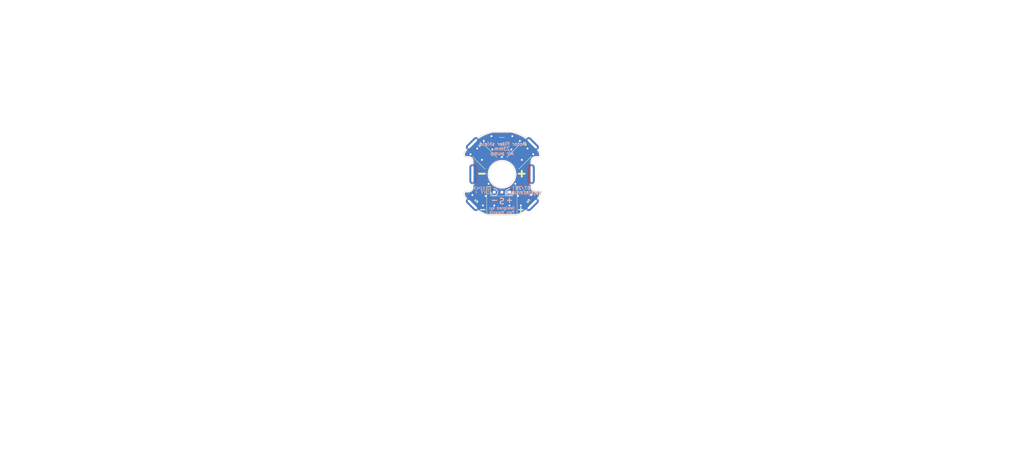
<source format=kicad_pcb>
(kicad_pcb (version 20241229) (generator "pcbnew") (generator_version "9.0")
  (title_block (title "shield_airpump") (date "2024-12-04") (rev "${REVISION}") (company "${COMPANY}"))
  (layers (0 "F.Cu" signal) (2 "B.Cu" signal) (13 "F.Paste" user) (15 "B.Paste" user) (5 "F.SilkS" user "F.Silkscreen") (7 "B.SilkS" user "B.Silkscreen") (1 "F.Mask" user) (3 "B.Mask" user) (25 "Edge.Cuts" user))
  (net 0 "")
  (net 1 "/System/VCC-")
  (net 2 "/System/CASE")
  (net 3 "/System/VCC+")
  (net 4 "/System/MOT+")
  (net 5 "/System/MOT-")
  (footprint "Pads:Motor_pad_shield" (layer "F.Cu") (at 152.953282 78.188554 -45)
    (property "Reference" "J305" (hide yes))
    (property "Value" "Shield" (hide yes))
    (pad "1" thru_hole oval (at 0 0 315) (size 1.6 4.2) (drill oval 0.6 3.2) (property pad_prop_castellated) (layers "*.Cu" "*.Mask") (net 2 "/System/CASE"))
  )
  (footprint "Capacitor_SMD:C_1206_3216Metric" (layer "F.Cu") (at 144.953282 61.438554)
    (property "Reference" "C304" (hide yes))
    (property "Value" "1uF")
    (fp_line (start -0.711252 -0.91) (end 0.711252 -0.91) (stroke (width 0.12)) (layer "F.SilkS"))
    (fp_line (start -0.711252 0.91) (end 0.711252 0.91) (stroke (width 0.12)) (layer "F.SilkS"))
    (pad "1" smd roundrect (at -1.475 0) (size 1.15 1.8) (layers "F.Cu" "F.Mask" "F.Paste") (roundrect_rratio 0.217391) (net 5 "/System/MOT-"))
    (pad "2" smd roundrect (at 1.475 0) (size 1.15 1.8) (layers "F.Cu" "F.Mask" "F.Paste") (roundrect_rratio 0.217391) (net 4 "/System/MOT+"))
  )
  (footprint "Pads:Motor_pad_air" (layer "F.Cu") (at 152.803282 70.188554)
    (property "Reference" "J307" (hide yes))
    (property "Value" "MOT+" (hide yes))
    (pad "1" thru_hole oval (at 0 0) (size 1.6 5.2) (drill oval 0.6 4.2) (property pad_prop_castellated) (layers "*.Cu" "*.Mask") (net 4 "/System/MOT+"))
  )
  (footprint "TCY_connectors:Hirose_DF3A-03P-2DS_1x03_P2.00mm_Horizontal" (layer "F.Cu") (at 144.953282 77.438554)
    (property "Reference" "J301" (hide yes))
    (property "Value" "DF3EA-3P-2H" (hide yes))
    (fp_line (start -4 -4) (end -4 3.25) (stroke (width 0.1)) (layer "F.SilkS"))
    (fp_line (start -4 -4) (end -3 -4) (stroke (width 0.1)) (layer "F.SilkS"))
    (fp_line (start -3 -4) (end -3 -1.5) (stroke (width 0.1)) (layer "F.SilkS"))
    (fp_line (start -3 -1.5) (end 3 -1.5) (stroke (width 0.1)) (layer "F.SilkS"))
    (fp_line (start 3 -4) (end 4 -4) (stroke (width 0.1)) (layer "F.SilkS"))
    (fp_line (start 3 -1.5) (end 3 -4) (stroke (width 0.1)) (layer "F.SilkS"))
    (fp_line (start 4 -4) (end 4 3.25) (stroke (width 0.1)) (layer "F.SilkS"))
    (fp_line (start 4 3.25) (end -4 3.25) (stroke (width 0.1)) (layer "F.SilkS"))
    (pad "1" thru_hole circle (at -2 -2.5) (size 1.6 1.6) (drill 0.8) (layers "*.Cu" "*.Mask") (net 1 "/System/VCC-"))
    (pad "2" thru_hole circle (at 0 -2.5) (size 1.6 1.6) (drill 0.8) (layers "*.Cu" "*.Mask") (net 2 "/System/CASE"))
    (pad "3" thru_hole circle (at 2 -2.5) (size 1.6 1.6) (drill 0.8) (layers "*.Cu" "*.Mask") (net 3 "/System/VCC+"))
  )
  (footprint "Capacitor_SMD:C_0805_2012Metric" (layer "F.Cu") (at 144.953282 63.938554)
    (property "Reference" "C303" (hide yes))
    (property "Value" "100nF" (hide yes))
    (fp_line (start -0.261252 -0.735) (end 0.261252 -0.735) (stroke (width 0.12)) (layer "F.SilkS"))
    (fp_line (start -0.261252 0.735) (end 0.261252 0.735) (stroke (width 0.12)) (layer "F.SilkS"))
    (pad "1" smd roundrect (at -0.95 0) (size 1 1.45) (layers "F.Cu" "F.Mask" "F.Paste") (net 1 "/System/VCC-"))
    (pad "2" smd roundrect (at 0.95 0) (size 1 1.45) (layers "F.Cu" "F.Mask" "F.Paste") (net 3 "/System/VCC+"))
  )
  (footprint "Pads:Motor_pad_shield" (layer "F.Cu") (at 137.203282 62.188554 -45)
    (property "Reference" "J302" (hide yes))
    (property "Value" "Shield" (hide yes))
    (pad "1" thru_hole oval (at 0 0 315) (size 1.6 4.2) (drill oval 0.6 3.2) (property pad_prop_castellated) (layers "*.Cu" "*.Mask") (net 2 "/System/CASE"))
  )
  (footprint "Inductor_SMD:L_Pulse_PA4332" (layer "F.Cu") (at 140.453282 65.688554 135)
    (property "Reference" "L301" (hide yes))
    (property "Value" "3.3uH" (hide yes))
    (fp_line (start 2.21 -2.21) (end 2.21 -2.11) (stroke (width 0.12)) (layer "F.SilkS"))
    (fp_line (start 2.21 2.11) (end 2.21 2.21) (stroke (width 0.12)) (layer "F.SilkS"))
    (fp_line (start 2.21 2.21) (end -2.21 2.21) (stroke (width 0.12)) (layer "F.SilkS"))
    (fp_line (start -2.21 -2.21) (end 2.21 -2.21) (stroke (width 0.12)) (layer "F.SilkS"))
    (fp_line (start -2.21 -2.11) (end -2.21 -2.21) (stroke (width 0.12)) (layer "F.SilkS"))
    (fp_line (start -2.21 2.21) (end -2.21 2.11) (stroke (width 0.12)) (layer "F.SilkS"))
    (pad "1" smd roundrect (at -1.5 0 135) (size 1.1 3.7) (layers "F.Cu" "F.Mask" "F.Paste") (roundrect_rratio 0.227273) (net 1 "/System/VCC-"))
    (pad "2" smd roundrect (at 1.5 0 135) (size 1.1 3.7) (layers "F.Cu" "F.Mask" "F.Paste") (roundrect_rratio 0.227273) (net 5 "/System/MOT-"))
  )
  (footprint "Capacitor_SMD:C_0805_2012Metric" (layer "F.Cu") (at 138.953282 74.938554 -90)
    (property "Reference" "C301" (hide yes))
    (property "Value" "22nF" (hide yes))
    (fp_line (start -0.261252 0.735) (end 0.261252 0.735) (stroke (width 0.12)) (layer "F.SilkS"))
    (fp_line (start -0.261252 -0.735) (end 0.261252 -0.735) (stroke (width 0.12)) (layer "F.SilkS"))
    (pad "1" smd roundrect (at -0.95 0 270) (size 1 1.45) (layers "F.Cu" "F.Mask" "F.Paste") (net 1 "/System/VCC-"))
    (pad "2" smd roundrect (at 0.95 0 270) (size 1 1.45) (layers "F.Cu" "F.Mask" "F.Paste") (net 2 "/System/CASE"))
  )
  (footprint "Pads:Motor_pad_shield" (layer "F.Cu") (at 152.953282 62.188554 45)
    (property "Reference" "J304" (hide yes))
    (property "Value" "Shield" (hide yes))
    (pad "1" thru_hole oval (at 0 0 45) (size 1.6 4.2) (drill oval 0.6 3.2) (property pad_prop_castellated) (layers "*.Cu" "*.Mask") (net 2 "/System/CASE"))
  )
  (footprint "Inductor_SMD:L_Pulse_PA4332" (layer "F.Cu") (at 149.453282 65.688554 45)
    (property "Reference" "L302" (hide yes))
    (property "Value" "3.3uH" (hide yes))
    (fp_line (start -2.21 -2.21) (end 2.21 -2.21) (stroke (width 0.12)) (layer "F.SilkS"))
    (fp_line (start -2.21 -2.11) (end -2.21 -2.21) (stroke (width 0.12)) (layer "F.SilkS"))
    (fp_line (start 2.21 -2.21) (end 2.21 -2.11) (stroke (width 0.12)) (layer "F.SilkS"))
    (fp_line (start -2.21 2.21) (end -2.21 2.11) (stroke (width 0.12)) (layer "F.SilkS"))
    (fp_line (start 2.21 2.11) (end 2.21 2.21) (stroke (width 0.12)) (layer "F.SilkS"))
    (fp_line (start 2.21 2.21) (end -2.21 2.21) (stroke (width 0.12)) (layer "F.SilkS"))
    (pad "1" smd roundrect (at -1.5 0 45) (size 1.1 3.7) (layers "F.Cu" "F.Mask" "F.Paste") (roundrect_rratio 0.227273) (net 3 "/System/VCC+"))
    (pad "2" smd roundrect (at 1.5 0 45) (size 1.1 3.7) (layers "F.Cu" "F.Mask" "F.Paste") (roundrect_rratio 0.227273) (net 4 "/System/MOT+"))
  )
  (footprint "Pads:Motor_pad_air" (layer "F.Cu") (at 137.203282 70.188554)
    (property "Reference" "J306" (hide yes))
    (property "Value" "MOT-" (hide yes))
    (pad "1" thru_hole oval (at 0 0) (size 1.6 5.2) (drill oval 0.6 4.2) (property pad_prop_castellated) (layers "*.Cu" "*.Mask") (net 5 "/System/MOT-"))
  )
  (footprint "Capacitor_SMD:C_0805_2012Metric" (layer "F.Cu") (at 150.953282 74.938554 90)
    (property "Reference" "C302" (hide yes))
    (property "Value" "22nF" (hide yes))
    (fp_line (start -0.261252 -0.735) (end 0.261252 -0.735) (stroke (width 0.12)) (layer "F.SilkS"))
    (fp_line (start -0.261252 0.735) (end 0.261252 0.735) (stroke (width 0.12)) (layer "F.SilkS"))
    (pad "1" smd roundrect (at -0.95 0 90) (size 1 1.45) (layers "F.Cu" "F.Mask" "F.Paste") (net 2 "/System/CASE"))
    (pad "2" smd roundrect (at 0.95 0 90) (size 1 1.45) (layers "F.Cu" "F.Mask" "F.Paste") (net 3 "/System/VCC+"))
  )
  (footprint "Pads:Motor_pad_shield" (layer "F.Cu") (at 137.203282 78.188554 45)
    (property "Reference" "J303" (hide yes))
    (property "Value" "Shield" (hide yes))
    (pad "1" thru_hole oval (at 0 0 45) (size 1.6 4.2) (drill oval 0.6 3.2) (property pad_prop_castellated) (layers "*.Cu" "*.Mask") (net 2 "/System/CASE"))
  )
  (footprint "LOGO" (layer "B.Cu") (at 139.75 74.5 180)
    (property "Reference" "G***" (hide yes))
    (property "Value" "LOGO" (hide yes))
    (fp_poly (pts (xy 0.518003 0.919902) (xy 0.518003 0.848453) (xy 0.214346 0.848453) (xy -0.089311 0.848453) (xy -0.089311 0.919902) (xy -0.089311 0.991351) (xy 0.214346 0.991351) (xy 0.518003 0.991351)) (fill yes) (layer "B.SilkS"))
    (fp_poly (pts (xy 0.518003 0.562659) (xy 0.518003 0.49121) (xy 0.214346 0.49121) (xy -0.089311 0.49121) (xy -0.089311 0.562659) (xy -0.089311 0.634107) (xy 0.214346 0.634107) (xy 0.518003 0.634107)) (fill yes) (layer "B.SilkS"))
    (fp_poly (pts (xy 0.518003 0.232209) (xy 0.518003 0.151829) (xy 0.214346 0.151829) (xy -0.089311 0.151829) (xy -0.089311 0.232209) (xy -0.089311 0.312588) (xy 0.214346 0.312588) (xy 0.518003 0.312588)) (fill yes) (layer "B.SilkS"))
    (fp_poly (pts (xy 0.267932 -0.116104) (xy 0.267932 -0.205414) (xy -0.08038 -0.205414) (xy -0.428692 -0.205414) (xy -0.428692 -0.116104) (xy -0.428692 -0.026793) (xy -0.08038 -0.026793) (xy 0.267932 -0.026793)) (fill yes) (layer "B.SilkS"))
    (fp_poly (pts (xy 0 -0.669831) (xy 0 -0.866315) (xy -0.08038 -0.866315) (xy -0.16076 -0.866315) (xy -0.16076 -0.669831) (xy -0.16076 -0.473347) (xy -0.08038 -0.473347) (xy 0 -0.473347)) (fill yes) (layer "B.SilkS"))
    (fp_poly (pts (xy -0.607314 -0.446554) (xy -0.607314 -0.866315) (xy -0.696625 -0.866315) (xy -0.785936 -0.866315) (xy -0.785936 -0.446554) (xy -0.785936 -0.026793) (xy -0.696625 -0.026793) (xy -0.607314 -0.026793)) (fill yes) (layer "B.SilkS"))
    (fp_poly (pts (xy -1.053868 0.90204) (xy -1.053868 0.812729) (xy -1.64332 0.812729) (xy -2.232771 0.812729) (xy -2.232771 0.90204) (xy -2.232771 0.991351) (xy -1.64332 0.991351) (xy -1.053868 0.991351)) (fill yes) (layer "B.SilkS"))
    (fp_poly (pts (xy -1.571871 -0.08931) (xy -1.571871 -0.41976) (xy -1.652251 -0.41976) (xy -1.73263 -0.41976) (xy -1.73263 -0.08931) (xy -1.73263 0.24114) (xy -1.652251 0.24114) (xy -1.571871 0.24114)) (fill yes) (layer "B.SilkS"))
    (fp_poly (pts (xy 1.303938 0.57159) (xy 1.303391 0.453417) (xy 1.301855 0.348115) (xy 1.299489 0.260618) (xy 1.296451 0.195858) (xy 1.2929 0.158768) (xy 1.29046 0.151829) (xy 1.274233 0.163892) (xy 1.236985 0.197499) (xy 1.182796 0.248781) (xy 1.115752 0.313867) (xy 1.039934 0.388885) (xy 1.031459 0.397352) (xy 0.785935 0.642876) (xy 0.785935 0.575974) (xy 0.785935 0.509072) (xy 0.705555 0.509072) (xy 0.625176 0.509072) (xy 0.625176 0.750211) (xy 0.626086 0.853936) (xy 0.62905 0.925811) (xy 0.634421 0.969674) (xy 0.642549 0.989359) (xy 0.647264 0.991351) (xy 0.666335 0.979262) (xy 0.706085 0.945639) (xy 0.762173 0.894445) (xy 0.830255 0.829644) (xy 0.905991 0.755198) (xy 0.906265 0.754925) (xy 1.143178 0.5185) (xy 1.143178 0.754925) (xy 1.143178 0.991351) (xy 1.223558 0.991351) (xy 1.303938 0.991351)) (fill yes) (layer "B.SilkS"))
    (fp_poly (pts (xy -0.525769 0.988404) (xy -0.439016 0.978196) (xy -0.37442 0.958673) (xy -0.325389 0.927784) (xy -0.28533 0.883477) (xy -0.282602 0.879693) (xy -0.248088 0.804134) (xy -0.236634 0.716003) (xy -0.249343 0.630676) (xy -0.262478 0.598739) (xy -0.305117 0.541719) (xy -0.366494 0.487969) (xy -0.431109 0.450947) (xy -0.434014 0.449826) (xy -0.431162 0.434726) (xy -0.406192 0.399662) (xy -0.362823 0.34934) (xy -0.313007 0.296794) (xy -0.170529 0.151829) (xy -0.286505 0.151829) (xy -0.402482 0.151829) (xy -0.60314 0.353058) (xy -0.671462 0.422898) (xy -0.729798 0.485057) (xy -0.773837 0.534734) (xy -0.799266 0.567134) (xy -0.803798 0.576335) (xy -0.79134 0.588135) (xy -0.751577 0.595256) (xy -0.680921 0.598224) (xy -0.653132 0.598383) (xy -0.550724 0.601426) (xy -0.478743 0.611479) (xy -0.432335 0.629926) (xy -0.40665 0.658152) (xy -0.401815 0.670098) (xy -0.393141 0.728127) (xy -0.410078 0.771954) (xy -0.454679 0.802756) (xy -0.528993 0.82171) (xy -0.635071 0.829994) (xy -0.681428 0.830591) (xy -0.839522 0.830591) (xy -0.839522 0.910971) (xy -0.839522 0.991351) (xy -0.641272 0.991351)) (fill yes) (layer "B.SilkS"))
    (fp_poly (pts (xy 1.594198 0.991176) (xy 1.68453 0.989816) (xy 1.749984 0.984809) (xy 1.801356 0.974457) (xy 1.849437 0.957065) (xy 1.869997 0.947836) (xy 1.968432 0.883407) (xy 2.042361 0.795919) (xy 2.088712 0.690892) (xy 2.104412 0.573846) (xy 2.102072 0.530809) (xy 2.07272 0.413712) (xy 2.012287 0.311125) (xy 1.924286 0.228632) (xy 1.903336 0.214819) (xy 1.861415 0.190492) (xy 1.823424 0.174412) (xy 1.779802 0.164533) (xy 1.720985 0.158808) (xy 1.637411 0.155191) (xy 1.622479 0.154714) (xy 1.428973 0.148668) (xy 1.428973 0.21977) (xy 1.428973 0.290873) (xy 1.610581 0.303871) (xy 1.693318 0.310305) (xy 1.749485 0.317325) (xy 1.788165 0.327774) (xy 1.818442 0.344496) (xy 1.849398 0.370334) (xy 1.862957 0.382881) (xy 1.907289 0.429483) (xy 1.930601 0.472858) (xy 1.94145 0.529815) (xy 1.942366 0.538831) (xy 1.937502 0.645311) (xy 1.903323 0.735093) (xy 1.843187 0.804381) (xy 1.76045 0.849375) (xy 1.65847 0.866276) (xy 1.652962 0.866316) (xy 1.57187 0.866316) (xy 1.57187 0.794867) (xy 1.57187 0.723418) (xy 1.491491 0.723418) (xy 1.411111 0.723418) (xy 1.411111 0.857384) (xy 1.411111 0.991351)) (fill yes) (layer "B.SilkS"))
    (fp_poly (pts (xy -1.638854 0.50868) (xy -1.5093 0.508207) (xy -1.410105 0.506826) (xy -1.335906 0.504138) (xy -1.281341 0.499746) (xy -1.241049 0.493251) (xy -1.209666 0.484257) (xy -1.187834 0.475208) (xy -1.091977 0.413072) (xy -1.021956 0.330956) (xy -0.979005 0.234778) (xy -0.964357 0.13046) (xy -0.979247 0.023924) (xy -1.024908 -0.07891) (xy -1.061809 -0.129653) (xy -1.110887 -0.187858) (xy -1.057475 -0.248691) (xy -0.998785 -0.340525) (xy -0.970486 -0.44232) (xy -0.971411 -0.547298) (xy -1.00039 -0.648684) (xy -1.056253 -0.739701) (xy -1.13783 -0.813575) (xy -1.15705 -0.82565) (xy -1.185432 -0.841896) (xy -1.211491 -0.854211) (xy -1.240613 -0.863225) (xy -1.278182 -0.869568) (xy -1.329583 -0.873869) (xy -1.400201 -0.876759) (xy -1.495419 -0.878867) (xy -1.620624 -0.880823) (xy -1.629923 -0.88096) (xy -2.018425 -0.886675) (xy -2.018425 -0.80603) (xy -2.018425 -0.725386) (xy -1.635522 -0.719936) (xy -1.252618 -0.714486) (xy -1.197785 -0.661915) (xy -1.142373 -0.587414) (xy -1.119615 -0.504031) (xy -1.127279 -0.42984) (xy -1.159441 -0.367605) (xy -1.213725 -0.310907) (xy -1.277215 -0.272259) (xy -1.296384 -0.26599) (xy -1.324103 -0.253945) (xy -1.336672 -0.228982) (xy -1.339662 -0.17989) (xy -1.339663 -0.178918) (xy -1.337272 -0.130277) (xy -1.325608 -0.105918) (xy -1.297936 -0.094488) (xy -1.288352 -0.092445) (xy -1.242526 -0.073087) (xy -1.193529 -0.038035) (xy -1.183319 -0.02846) (xy -1.135112 0.041951) (xy -1.117453 0.120033) (xy -1.12854 0.198304) (xy -1.16657 0.269281) (xy -1.229739 0.325484) (xy -1.273842 0.347123) (xy -1.309056 0.353812) (xy -1.372366 0.359469) (xy -1.456149 0.363649) (xy -1.55278 0.365905) (xy -1.599827 0.366175) (xy -1.875528 0.366175) (xy -1.875528 0.214346) (xy -1.875528 0.062518) (xy -1.946976 0.062518) (xy -2.018425 0.062518) (xy -2.018425 0.285795) (xy -2.018425 0.509072)) (fill yes) (layer "B.SilkS"))
  )
  (gr_line (start 136.2 74.718071) (end 135.45 74.718071) (stroke (width 0.1)) (layer "Edge.Cuts"))
  (gr_line (start 134.95 75.218071) (end 134.95 75.262623) (stroke (width 0.1)) (layer "Edge.Cuts"))
  (gr_arc (start 150.953825 60.379272) (mid 151.152172 60.516277) (end 151.332591 60.676154) (stroke (width 0.1)) (layer "Edge.Cuts"))
  (gr_line (start 141.376781 81) (end 148.623219 81) (stroke (width 0.1)) (layer "Edge.Cuts"))
  (gr_arc (start 155.05 75.262623) (mid 154.972182 75.815134) (end 154.744737 76.324633) (stroke (width 0.1)) (layer "Edge.Cuts"))
  (gr_arc (start 155.05 65.218071) (mid 154.903553 65.571624) (end 154.55 65.718071) (stroke (width 0.1)) (layer "Edge.Cuts"))
  (gr_arc (start 147.747092 59.050999) (mid 149.40086 59.593456) (end 150.953825 60.379272) (stroke (width 0.1)) (layer "Edge.Cuts"))
  (gr_line (start 135.294979 76.387558) (end 138.667409 79.759988) (stroke (width 0.1)) (layer "Edge.Cuts"))
  (gr_line (start 147.269337 58.993099) (end 142.730663 58.993099) (stroke (width 0.1)) (layer "Edge.Cuts"))
  (gr_arc (start 135.294979 76.387558) (mid 135.27507 76.356128) (end 135.255263 76.324633) (stroke (width 0.1)) (layer "Edge.Cuts"))
  (gr_line (start 138.667409 60.676154) (end 135.294979 64.048584) (stroke (width 0.1)) (layer "Edge.Cuts"))
  (gr_line (start 137.2 66.718071) (end 137.2 73.718071) (stroke (width 0.1)) (layer "Edge.Cuts"))
  (gr_arc (start 135.255263 64.111509) (mid 135.27507 64.080014) (end 135.294979 64.048584) (stroke (width 0.1)) (layer "Edge.Cuts"))
  (gr_arc (start 140.613998 80.848828) (mid 139.814944 80.482826) (end 139.046175 80.05687) (stroke (width 0.1)) (layer "Edge.Cuts"))
  (gr_arc (start 154.705021 64.048584) (mid 154.72493 64.080014) (end 154.744737 64.111509) (stroke (width 0.1)) (layer "Edge.Cuts"))
  (gr_arc (start 154.744737 76.324633) (mid 154.72493 76.356128) (end 154.705021 76.387558) (stroke (width 0.1)) (layer "Edge.Cuts"))
  (gr_arc (start 138.667409 60.676154) (mid 138.84783 60.516279) (end 139.046175 60.379272) (stroke (width 0.1)) (layer "Edge.Cuts"))
  (gr_arc (start 139.046175 60.379272) (mid 140.59914 59.593457) (end 142.252908 59.050999) (stroke (width 0.1)) (layer "Edge.Cuts"))
  (gr_arc (start 134.95 65.173519) (mid 135.02783 64.621013) (end 135.255263 64.111509) (stroke (width 0.1)) (layer "Edge.Cuts"))
  (gr_line (start 154.705021 64.048584) (end 151.332591 60.676154) (stroke (width 0.1)) (layer "Edge.Cuts"))
  (gr_line (start 153.8 65.718071) (end 154.55 65.718071) (stroke (width 0.1)) (layer "Edge.Cuts"))
  (gr_arc (start 150.953825 80.05687) (mid 150.185056 80.482826) (end 149.386002 80.848828) (stroke (width 0.1)) (layer "Edge.Cuts"))
  (gr_arc (start 153.8 74.718071) (mid 153.092893 74.425178) (end 152.8 73.718071) (stroke (width 0.1)) (layer "Edge.Cuts"))
  (gr_arc (start 135.45 65.718071) (mid 135.096447 65.571624) (end 134.95 65.218071) (stroke (width 0.1)) (layer "Edge.Cuts"))
  (gr_arc (start 136.2 65.718071) (mid 136.907107 66.010964) (end 137.2 66.718071) (stroke (width 0.1)) (layer "Edge.Cuts"))
  (gr_circle (center 145 70.218071) (end 148.5 70.218071) (stroke (width 0.1)) (fill no) (layer "Edge.Cuts"))
  (gr_arc (start 142.252908 59.050999) (mid 142.490038 59.007627) (end 142.730663 58.993099) (stroke (width 0.1)) (layer "Edge.Cuts"))
  (gr_line (start 135.45 65.718071) (end 136.2 65.718071) (stroke (width 0.1)) (layer "Edge.Cuts"))
  (gr_arc (start 154.55 74.718071) (mid 154.903553 74.864518) (end 155.05 75.218071) (stroke (width 0.1)) (layer "Edge.Cuts"))
  (gr_arc (start 134.95 75.218071) (mid 135.096447 74.864518) (end 135.45 74.718071) (stroke (width 0.1)) (layer "Edge.Cuts"))
  (gr_arc (start 151.332591 79.759988) (mid 151.152169 79.919861) (end 150.953825 80.05687) (stroke (width 0.1)) (layer "Edge.Cuts"))
  (gr_arc (start 141.376781 81) (mid 140.987972 80.961843) (end 140.613998 80.848828) (stroke (width 0.1)) (layer "Edge.Cuts"))
  (gr_line (start 152.8 73.718071) (end 152.8 66.718071) (stroke (width 0.1)) (layer "Edge.Cuts"))
  (gr_arc (start 152.8 66.718071) (mid 153.092893 66.010964) (end 153.8 65.718071) (stroke (width 0.1)) (layer "Edge.Cuts"))
  (gr_line (start 155.05 75.262623) (end 155.05 75.218071) (stroke (width 0.1)) (layer "Edge.Cuts"))
  (gr_arc (start 135.255263 76.324633) (mid 135.02783 75.815129) (end 134.95 75.262623) (stroke (width 0.1)) (layer "Edge.Cuts"))
  (gr_line (start 151.332591 79.759988) (end 154.705021 76.387558) (stroke (width 0.1)) (layer "Edge.Cuts"))
  (gr_line (start 154.55 74.718071) (end 153.8 74.718071) (stroke (width 0.1)) (layer "Edge.Cuts"))
  (gr_arc (start 147.269337 58.993099) (mid 147.509962 59.007631) (end 147.747092 59.050999) (stroke (width 0.1)) (layer "Edge.Cuts"))
  (gr_arc (start 139.046175 80.05687) (mid 138.84783 79.919863) (end 138.667409 79.759988) (stroke (width 0.1)) (layer "Edge.Cuts"))
  (gr_arc (start 154.744737 64.111509) (mid 154.972171 64.621013) (end 155.05 65.173519) (stroke (width 0.1)) (layer "Edge.Cuts"))
  (gr_line (start 134.95 65.173519) (end 134.95 65.218071) (stroke (width 0.1)) (layer "Edge.Cuts"))
  (gr_arc (start 149.386002 80.848828) (mid 149.012029 80.961845) (end 148.623219 81) (stroke (width 0.1)) (layer "Edge.Cuts"))
  (gr_line (start 155.05 65.218071) (end 155.05 65.173519) (stroke (width 0.1)) (layer "Edge.Cuts"))
  (gr_arc (start 137.2 73.718071) (mid 136.907107 74.425178) (end 136.2 74.718071) (stroke (width 0.1)) (layer "Edge.Cuts"))
  (gr_text "-" (at 139.953282 79.438554 0) (layer "F.SilkS") (effects (font (size 1.5 1.5) (thickness 0.3) (bold yes))))
  (gr_text "S" (at 138.25 78 45) (layer "F.SilkS") (effects (font (size 0.8 0.8) (thickness 0.2) (bold yes)) (justify left bottom)))
  (gr_text "S" (at 151.203282 77.25 315) (layer "F.SilkS") (effects (font (size 0.8 0.8) (thickness 0.2) (bold yes)) (justify left bottom)))
  (gr_text "S" (at 138.5 62.5 315) (layer "F.SilkS") (effects (font (size 0.8 0.8) (thickness 0.2) (bold yes)) (justify left bottom)))
  (gr_text "+" (at 149.953282 79.438554 0) (layer "F.SilkS") (effects (font (size 1.5 1.5) (thickness 0.3) (bold yes))))
  (gr_text "S" (at 151 63 45) (layer "F.SilkS") (effects (font (size 0.8 0.8) (thickness 0.2) (bold yes)) (justify left bottom)))
  (gr_text "-" (at 139.703282 69.938554 0) (layer "F.SilkS") (effects (font (size 2 2) (thickness 0.5) (bold yes))))
  (gr_text "+" (at 150.203282 69.938554 0) (layer "F.SilkS") (effects (font (size 2 2) (thickness 0.5) (bold yes))))
  (gr_text "S" (at 144.953282 77.188554 180) (layer "B.SilkS") (effects (font (size 1.5 1.5) (thickness 0.3) (bold yes)) (justify mirror)))
  (gr_text "Motor filter shield" (at 145.25 62.25 0) (layer "B.SilkS") (effects (font (size 0.9 0.9) (thickness 0.2) (bold yes)) (justify mirror)))
  (gr_text "-" (at 142.953282 77.188554 180) (layer "B.SilkS") (effects (font (size 1.5 1.5) (thickness 0.3) (bold yes)) (justify mirror)))
  (gr_text "+" (at 146.953282 77.188554 180) (layer "B.SilkS") (effects (font (size 1.5 1.5) (thickness 0.3) (bold yes)) (justify mirror)))
  (gr_text "23mm" (at 145 63.5 0) (layer "B.SilkS") (effects (font (size 0.9 0.9) (thickness 0.2) (bold yes)) (justify mirror)))
  (gr_text "07/25\nV${REVISION}" (at 150.5 74.5 0) (layer "B.SilkS") (effects (font (size 0.8 0.8) (thickness 0.2) (bold yes)) (justify mirror)))
  (gr_text "Designed by:\nPetr Malaník" (at 144.953282 79.688554 0) (layer "B.SilkS") (effects (font (size 0.7 0.7) (thickness 0.15) (bold yes)) (justify mirror)))
  (gr_text "Air pump" (at 145 64.75 0) (layer "B.SilkS") (effects (font (size 0.9 0.9) (thickness 0.2) (bold yes)) (justify mirror)))
  (segment (start 144.003282 63.938554) (end 144.003282 64.259874) (width 1) (layer "F.Cu") (net 1))
  (segment (start 144.003282 64.259874) (end 141.513942 66.749214) (width 1) (layer "F.Cu") (net 1))
  (segment (start 142.953282 74.938554) (end 142.003282 73.988554) (width 1) (layer "F.Cu") (net 1))
  (segment (start 140.203282 68.059874) (end 140.203282 73.663554) (width 1) (layer "F.Cu") (net 1))
  (segment (start 141.513942 66.749214) (end 140.203282 68.059874) (width 1) (layer "F.Cu") (net 1))
  (segment (start 142.003282 73.988554) (end 139.278282 73.988554) (width 1) (layer "F.Cu") (net 1))
  (via (at 149.703282 61.438554) (size 1) (drill 0.5) (layers "F.Cu" "B.Cu") (net 2))
  (via (at 141.453282 72.738554) (size 1) (drill 0.5) (layers "F.Cu" "B.Cu") (net 2))
  (via (at 147.703282 60.188554) (size 1) (drill 0.5) (layers "F.Cu" "B.Cu") (net 2))
  (via (at 152.703282 75.688554) (size 1) (drill 0.5) (layers "F.Cu" "B.Cu") (net 2))
  (via (at 142.453282 63.688554) (size 1) (drill 0.5) (layers "F.Cu" "B.Cu") (net 2))
  (via (at 144.953282 65.688554) (size 1) (drill 0.5) (layers "F.Cu" "B.Cu") (net 2))
  (via (at 142.203282 60.188554) (size 1) (drill 0.5) (layers "F.Cu" "B.Cu") (net 2))
  (via (at 139.953282 78.438554) (size 1) (drill 0.5) (layers "F.Cu" "B.Cu") (net 2))
  (via (at 147.453282 63.688554) (size 1) (drill 0.5) (layers "F.Cu" "B.Cu") (net 2))
  (via (at 149.953282 78.438554) (size 1) (drill 0.5) (layers "F.Cu" "B.Cu") (net 2))
  (via (at 140.203282 61.438554) (size 1) (drill 0.5) (layers "F.Cu" "B.Cu") (net 2))
  (via (at 149.203282 75.938554) (size 1) (drill 0.5) (layers "F.Cu" "B.Cu") (net 2))
  (via (at 148.503282 72.738554) (size 1) (drill 0.5) (layers "F.Cu" "B.Cu") (net 2))
  (via (at 138.453282 63.438554) (size 1) (drill 0.5) (layers "F.Cu" "B.Cu") (net 2))
  (via (at 140.703282 75.938554) (size 1) (drill 0.5) (layers "F.Cu" "B.Cu") (net 2))
  (via (at 150.203282 66.438554) (size 1) (drill 0.5) (layers "F.Cu" "B.Cu") (net 2))
  (via (at 146.953282 78.438554) (size 1) (drill 0.5) (layers "F.Cu" "B.Cu") (net 2))
  (via (at 139.703282 66.438554) (size 1) (drill 0.5) (layers "F.Cu" "B.Cu") (net 2))
  (via (at 136.703282 64.938554) (size 1) (drill 0.5) (layers "F.Cu" "B.Cu") (net 2))
  (via (at 142.953282 78.438554) (size 1) (drill 0.5) (layers "F.Cu" "B.Cu") (net 2))
  (via (at 153.203282 64.938554) (size 1) (drill 0.5) (layers "F.Cu" "B.Cu") (net 2))
  (via (at 137.203282 75.688554) (size 1) (drill 0.5) (layers "F.Cu" "B.Cu") (net 2))
  (via (at 151.703282 63.438554) (size 1) (drill 0.5) (layers "F.Cu" "B.Cu") (net 2))
  (segment (start 148.392622 66.749214) (end 149.753282 68.109874) (width 1) (layer "F.Cu") (net 3))
  (segment (start 147.903282 73.988554) (end 150.703282 73.988554) (width 1) (layer "F.Cu") (net 3))
  (segment (start 149.753282 68.109874) (end 149.753282 73.563554) (width 1) (layer "F.Cu") (net 3))
  (segment (start 145.903282 64.259874) (end 148.392622 66.749214) (width 1) (layer "F.Cu") (net 3))
  (segment (start 145.903282 63.938554) (end 145.903282 64.259874) (width 1) (layer "F.Cu") (net 3))
  (segment (start 146.953282 74.938554) (end 147.903282 73.988554) (width 1) (layer "F.Cu") (net 3))
  (segment (start 146.428282 61.438554) (end 147.324602 61.438554) (width 1) (layer "F.Cu") (net 4))
  (segment (start 147.324602 61.438554) (end 150.513942 64.627894) (width 1) (layer "F.Cu") (net 4))
  (segment (start 143.478282 61.438554) (end 142.581962 61.438554) (width 1) (layer "F.Cu") (net 5))
  (segment (start 142.581962 61.438554) (end 139.392622 64.627894) (width 1) (layer "F.Cu") (net 5))
  (zone (net 5) (net_name "/System/MOT-") (layer "F.Cu") (priority 1) (connect_pads yes (clearance 0.25)) (min_thickness 0.25) (fill yes (thermal_gap 0.25) (thermal_bridge_width 0.25))
    (polygon (pts (xy 136.953282 66.188554) (xy 136.953282 72.738554) (xy 137.953282 72.738554) (xy 138.703282 72.138554) (xy 138.703282 66.188554) (xy 141.228282 63.663554) (xy 140.353282 62.788554)))
  )
  (zone (net 4) (net_name "/System/MOT+") (layer "F.Cu") (priority 1) (connect_pads yes (clearance 0.25)) (min_thickness 0.25) (fill yes (thermal_gap 0.25) (thermal_bridge_width 0.25))
    (polygon (pts (xy 152.953282 66.188554) (xy 152.953282 72.738554) (xy 151.953282 72.738554) (xy 151.203282 72.138554) (xy 151.203282 66.188554) (xy 148.678282 63.663554) (xy 149.553282 62.788554)))
  )
  (zone (net 2) (net_name "/System/CASE") (layers "F.Cu" "B.Cu") (connect_pads yes (clearance 0.2)) (min_thickness 0.2) (fill yes (thermal_gap 0.25) (thermal_bridge_width 0.5))
    (polygon (pts (xy 134.453282 58.688554) (xy 155.453282 58.688554) (xy 155.453282 81.688554) (xy 134.453282 81.688554)))
  )
)
</source>
